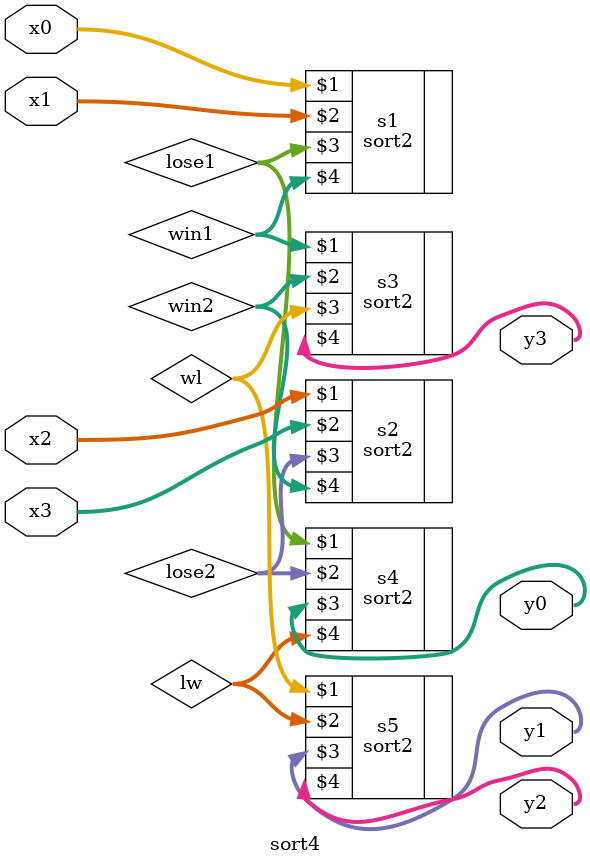
<source format=v>
module sort4(x0,x1,x2,x3,y0,y1,y2,y3);
	input [7:0] x0, x1, x2, x3;
	output [7:0] y0, y1, y2, y3;
	wire [7:0] win1, win2, lose1, lose2, lw, wl;
	sort2 s1(x0, x1, lose1, win1);
	sort2 s2(x2, x3, lose2, win2);
	sort2 s3(win1, win2, wl, y3);
	sort2 s4(lose1, lose2, y0, lw);
	sort2 s5(wl, lw, y1, y2);
endmodule

</source>
